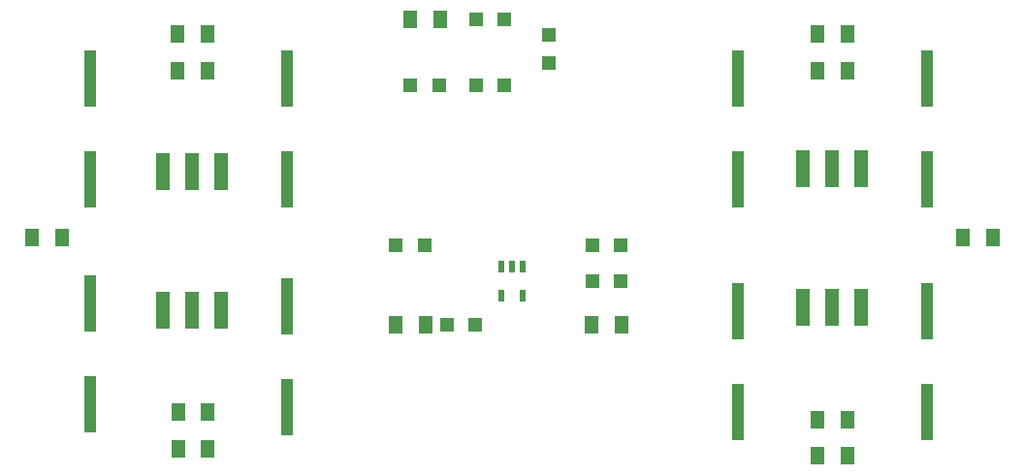
<source format=gbr>
G04 #@! TF.GenerationSoftware,KiCad,Pcbnew,(5.1.0)-1*
G04 #@! TF.CreationDate,2019-08-25T01:17:47+02:00*
G04 #@! TF.ProjectId,Filtre-de-resolution-MSA-200-Hz,46696c74-7265-42d6-9465-2d7265736f6c,1.0*
G04 #@! TF.SameCoordinates,Original*
G04 #@! TF.FileFunction,Paste,Top*
G04 #@! TF.FilePolarity,Positive*
%FSLAX46Y46*%
G04 Gerber Fmt 4.6, Leading zero omitted, Abs format (unit mm)*
G04 Created by KiCad (PCBNEW (5.1.0)-1) date 2019-08-25 01:17:47*
%MOMM*%
%LPD*%
G04 APERTURE LIST*
%ADD10R,1.300000X1.500000*%
%ADD11R,1.300000X1.200000*%
%ADD12R,0.500000X1.000000*%
%ADD13R,1.200000X1.300000*%
%ADD14R,1.270000X3.180000*%
%ADD15R,1.000000X5.000000*%
G04 APERTURE END LIST*
D10*
X118200001Y-117475000D03*
X115600001Y-117475000D03*
D11*
X147955000Y-86975000D03*
X147955000Y-84475000D03*
D12*
X145730000Y-107250000D03*
X143830000Y-107250000D03*
X143830000Y-104750000D03*
X144780000Y-104750000D03*
X145730000Y-104750000D03*
D13*
X141625000Y-88900000D03*
X144125000Y-88900000D03*
X135910000Y-88900000D03*
X138410000Y-88900000D03*
X137140000Y-102870000D03*
X134640000Y-102870000D03*
X144125000Y-83185000D03*
X141625000Y-83185000D03*
X141585000Y-109855000D03*
X139085000Y-109855000D03*
X154250000Y-106045000D03*
X151750000Y-106045000D03*
X154250000Y-102870000D03*
X151750000Y-102870000D03*
D14*
X114300000Y-108530000D03*
X116840000Y-108530000D03*
X119380000Y-108530000D03*
X119380000Y-96470000D03*
X116840000Y-96470000D03*
X114300000Y-96470000D03*
D15*
X107950000Y-88310000D03*
X107950000Y-97110000D03*
X107950000Y-116795000D03*
X107950000Y-107995000D03*
X125095000Y-97110000D03*
X125095000Y-88310000D03*
X125095000Y-108250000D03*
X125095000Y-117050000D03*
D10*
X102840000Y-102235000D03*
X105440000Y-102235000D03*
X186720000Y-102235000D03*
X184120000Y-102235000D03*
X115540000Y-87630000D03*
X118140000Y-87630000D03*
X118140000Y-84455000D03*
X115540000Y-84455000D03*
X115600001Y-120650000D03*
X118200001Y-120650000D03*
X138460000Y-83185000D03*
X135860000Y-83185000D03*
X137190000Y-109855000D03*
X134590000Y-109855000D03*
X151735000Y-109855000D03*
X154335000Y-109855000D03*
X171420000Y-84455000D03*
X174020000Y-84455000D03*
X174020000Y-87630000D03*
X171420000Y-87630000D03*
X171420000Y-118110000D03*
X174020000Y-118110000D03*
X171420000Y-121285000D03*
X174020000Y-121285000D03*
D14*
X170180000Y-96205000D03*
X172720000Y-96205000D03*
X175260000Y-96205000D03*
X175260000Y-108265000D03*
X172720000Y-108265000D03*
X170180000Y-108265000D03*
D15*
X164465000Y-97150000D03*
X164465000Y-88350000D03*
X164465000Y-117430000D03*
X164465000Y-108630000D03*
X180975000Y-88350000D03*
X180975000Y-97150000D03*
X180975000Y-108630000D03*
X180975000Y-117430000D03*
M02*

</source>
